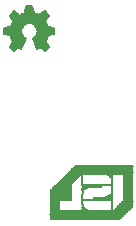
<source format=gbo>
G75*
%MOIN*%
%OFA0B0*%
%FSLAX25Y25*%
%IPPOS*%
%LPD*%
%AMOC8*
5,1,8,0,0,1.08239X$1,22.5*
%
%ADD10C,0.00600*%
%ADD11R,0.23200X0.00100*%
%ADD12R,0.23400X0.00100*%
%ADD13R,0.23600X0.00100*%
%ADD14R,0.23700X0.00100*%
%ADD15R,0.23800X0.00100*%
%ADD16R,0.23900X0.00100*%
%ADD17R,0.24000X0.00100*%
%ADD18R,0.24100X0.00100*%
%ADD19R,0.24200X0.00100*%
%ADD20R,0.24300X0.00100*%
%ADD21R,0.24400X0.00100*%
%ADD22R,0.24500X0.00100*%
%ADD23R,0.24600X0.00100*%
%ADD24R,0.24700X0.00100*%
%ADD25R,0.24800X0.00100*%
%ADD26R,0.24900X0.00100*%
%ADD27R,0.25000X0.00100*%
%ADD28R,0.25100X0.00100*%
%ADD29R,0.25200X0.00100*%
%ADD30R,0.25300X0.00100*%
%ADD31R,0.25400X0.00100*%
%ADD32R,0.25500X0.00100*%
%ADD33R,0.25600X0.00100*%
%ADD34R,0.25700X0.00100*%
%ADD35R,0.25800X0.00100*%
%ADD36R,0.26000X0.00100*%
%ADD37R,0.26100X0.00100*%
%ADD38R,0.26200X0.00100*%
%ADD39R,0.26300X0.00100*%
%ADD40R,0.26400X0.00100*%
%ADD41R,0.26500X0.00100*%
%ADD42R,0.05500X0.00100*%
%ADD43R,0.00400X0.00100*%
%ADD44R,0.02600X0.00100*%
%ADD45R,0.03200X0.00100*%
%ADD46R,0.02200X0.00100*%
%ADD47R,0.01900X0.00100*%
%ADD48R,0.01700X0.00100*%
%ADD49R,0.01500X0.00100*%
%ADD50R,0.01400X0.00100*%
%ADD51R,0.01300X0.00100*%
%ADD52R,0.01200X0.00100*%
%ADD53R,0.01100X0.00100*%
%ADD54R,0.01000X0.00100*%
%ADD55R,0.00900X0.00100*%
%ADD56R,0.00800X0.00100*%
%ADD57R,0.05400X0.00100*%
%ADD58R,0.05300X0.00100*%
%ADD59R,0.00700X0.00100*%
%ADD60R,0.05200X0.00100*%
%ADD61R,0.05100X0.00100*%
%ADD62R,0.00600X0.00100*%
%ADD63R,0.05000X0.00100*%
%ADD64R,0.04900X0.00100*%
%ADD65R,0.04800X0.00100*%
%ADD66R,0.00500X0.00100*%
%ADD67R,0.04700X0.00100*%
%ADD68R,0.04600X0.00100*%
%ADD69R,0.04500X0.00100*%
%ADD70R,0.04400X0.00100*%
%ADD71R,0.04300X0.00100*%
%ADD72R,0.04200X0.00100*%
%ADD73R,0.04100X0.00100*%
%ADD74R,0.04000X0.00100*%
%ADD75R,0.03900X0.00100*%
%ADD76R,0.03800X0.00100*%
%ADD77R,0.03700X0.00100*%
%ADD78R,0.03600X0.00100*%
%ADD79R,0.03500X0.00100*%
%ADD80R,0.03400X0.00100*%
%ADD81R,0.03300X0.00100*%
%ADD82R,0.10400X0.00100*%
%ADD83R,0.07200X0.00100*%
%ADD84R,0.06900X0.00100*%
%ADD85R,0.00300X0.00100*%
%ADD86R,0.03000X0.00100*%
%ADD87R,0.02500X0.00100*%
%ADD88R,0.02100X0.00100*%
%ADD89R,0.07100X0.00100*%
%ADD90R,0.07000X0.00100*%
%ADD91R,0.06800X0.00100*%
%ADD92R,0.01600X0.00100*%
%ADD93R,0.06700X0.00100*%
%ADD94R,0.06600X0.00100*%
%ADD95R,0.02000X0.00100*%
%ADD96R,0.06500X0.00100*%
%ADD97R,0.06400X0.00100*%
%ADD98R,0.06300X0.00100*%
%ADD99R,0.06200X0.00100*%
%ADD100R,0.06100X0.00100*%
%ADD101R,0.06000X0.00100*%
%ADD102R,0.05800X0.00100*%
%ADD103R,0.05700X0.00100*%
%ADD104R,0.01800X0.00100*%
%ADD105R,0.02300X0.00100*%
%ADD106R,0.02700X0.00100*%
%ADD107R,0.22300X0.00100*%
%ADD108R,0.22200X0.00100*%
%ADD109R,0.22100X0.00100*%
%ADD110R,0.22000X0.00100*%
%ADD111R,0.21900X0.00100*%
%ADD112R,0.21800X0.00100*%
%ADD113R,0.21700X0.00100*%
%ADD114R,0.21600X0.00100*%
%ADD115R,0.21500X0.00100*%
%ADD116R,0.21400X0.00100*%
%ADD117R,0.21300X0.00100*%
%ADD118R,0.21200X0.00100*%
%ADD119R,0.21100X0.00100*%
%ADD120R,0.21000X0.00100*%
%ADD121R,0.20900X0.00100*%
%ADD122R,0.20800X0.00100*%
%ADD123R,0.20700X0.00100*%
%ADD124R,0.20600X0.00100*%
%ADD125R,0.20500X0.00100*%
%ADD126R,0.20400X0.00100*%
%ADD127R,0.20300X0.00100*%
%ADD128R,0.20200X0.00100*%
%ADD129R,0.20100X0.00100*%
%ADD130R,0.20000X0.00100*%
%ADD131R,0.19900X0.00100*%
%ADD132R,0.19800X0.00100*%
%ADD133R,0.19700X0.00100*%
%ADD134R,0.19600X0.00100*%
%ADD135R,0.19500X0.00100*%
%ADD136R,0.19400X0.00100*%
%ADD137R,0.19300X0.00100*%
%ADD138R,0.19200X0.00100*%
%ADD139R,0.19000X0.00100*%
D10*
X0030326Y0063024D02*
X0028926Y0064424D01*
X0030126Y0066224D01*
X0030380Y0066639D02*
X0033895Y0066639D01*
X0034126Y0067024D02*
X0032626Y0064524D01*
X0032126Y0064524D01*
X0030626Y0063524D01*
X0029626Y0064524D01*
X0030626Y0066024D01*
X0029626Y0068524D01*
X0027626Y0069024D01*
X0027626Y0070524D01*
X0029626Y0070524D01*
X0030626Y0073024D01*
X0029126Y0075024D01*
X0030626Y0076024D01*
X0032126Y0074524D01*
X0034126Y0075524D01*
X0034626Y0077524D01*
X0036126Y0077524D01*
X0036626Y0075524D01*
X0038626Y0074524D01*
X0040626Y0076024D01*
X0041626Y0075024D01*
X0040626Y0073024D01*
X0041626Y0070524D01*
X0043626Y0070524D01*
X0043626Y0069024D01*
X0041126Y0068524D01*
X0040626Y0066024D01*
X0041626Y0064524D01*
X0040626Y0063524D01*
X0039126Y0064524D01*
X0038126Y0064024D01*
X0037126Y0067024D01*
X0038626Y0069024D01*
X0038126Y0071524D01*
X0036126Y0072524D01*
X0034126Y0072524D01*
X0032626Y0071024D01*
X0032626Y0068024D01*
X0034126Y0067024D01*
X0034326Y0067224D02*
X0032826Y0063824D01*
X0032126Y0064224D01*
X0030326Y0063024D01*
X0030503Y0063647D02*
X0030811Y0063647D01*
X0031708Y0064245D02*
X0029904Y0064245D01*
X0029839Y0064844D02*
X0032818Y0064844D01*
X0033177Y0065442D02*
X0030238Y0065442D01*
X0030619Y0066041D02*
X0033536Y0066041D01*
X0033805Y0067238D02*
X0030140Y0067238D01*
X0029901Y0067836D02*
X0032907Y0067836D01*
X0032626Y0068435D02*
X0029662Y0068435D01*
X0029326Y0068224D02*
X0027126Y0068624D01*
X0027126Y0070624D01*
X0029426Y0071024D01*
X0029748Y0070829D02*
X0032626Y0070829D01*
X0032626Y0070230D02*
X0027626Y0070230D01*
X0027626Y0069632D02*
X0032626Y0069632D01*
X0032626Y0069033D02*
X0027626Y0069033D01*
X0029987Y0071427D02*
X0033030Y0071427D01*
X0033628Y0072026D02*
X0030227Y0072026D01*
X0030466Y0072624D02*
X0040786Y0072624D01*
X0040726Y0072924D02*
X0042126Y0074824D01*
X0040726Y0076224D01*
X0038726Y0074924D01*
X0039286Y0075018D02*
X0041623Y0075018D01*
X0041324Y0074420D02*
X0029579Y0074420D01*
X0030028Y0073821D02*
X0041025Y0073821D01*
X0040726Y0073223D02*
X0030477Y0073223D01*
X0030226Y0072924D02*
X0028926Y0074824D01*
X0030326Y0076224D01*
X0032226Y0074924D01*
X0031631Y0075018D02*
X0029130Y0075018D01*
X0030016Y0075617D02*
X0031033Y0075617D01*
X0033116Y0075018D02*
X0037636Y0075018D01*
X0036926Y0075624D02*
X0036426Y0078024D01*
X0034526Y0078024D01*
X0034026Y0075624D01*
X0034149Y0075617D02*
X0036603Y0075617D01*
X0036453Y0076215D02*
X0034299Y0076215D01*
X0034449Y0076814D02*
X0036303Y0076814D01*
X0036154Y0077412D02*
X0034598Y0077412D01*
X0040084Y0075617D02*
X0041033Y0075617D01*
X0041025Y0072026D02*
X0037122Y0072026D01*
X0038145Y0071427D02*
X0041265Y0071427D01*
X0041626Y0071024D02*
X0043826Y0070624D01*
X0043826Y0068624D01*
X0041626Y0068224D01*
X0041108Y0068435D02*
X0038184Y0068435D01*
X0038624Y0069033D02*
X0043626Y0069033D01*
X0043626Y0069632D02*
X0038504Y0069632D01*
X0038385Y0070230D02*
X0043626Y0070230D01*
X0041504Y0070829D02*
X0038265Y0070829D01*
X0040776Y0072907D02*
X0040859Y0072784D01*
X0040939Y0072659D01*
X0041016Y0072532D01*
X0041090Y0072404D01*
X0041160Y0072273D01*
X0041228Y0072141D01*
X0041291Y0072007D01*
X0041352Y0071871D01*
X0041409Y0071734D01*
X0041463Y0071596D01*
X0041514Y0071457D01*
X0041561Y0071316D01*
X0041604Y0071174D01*
X0041644Y0071031D01*
X0040989Y0067836D02*
X0037735Y0067836D01*
X0037287Y0067238D02*
X0040869Y0067238D01*
X0040749Y0066639D02*
X0037254Y0066639D01*
X0037454Y0066041D02*
X0040629Y0066041D01*
X0040826Y0066224D02*
X0042126Y0064424D01*
X0040726Y0063024D01*
X0038926Y0064224D01*
X0038126Y0063824D01*
X0036726Y0067224D01*
X0037653Y0065442D02*
X0041014Y0065442D01*
X0041413Y0064844D02*
X0037853Y0064844D01*
X0038052Y0064245D02*
X0038569Y0064245D01*
X0039544Y0064245D02*
X0041348Y0064245D01*
X0040749Y0063647D02*
X0040441Y0063647D01*
X0038718Y0074924D02*
X0038589Y0074998D01*
X0038458Y0075070D01*
X0038325Y0075138D01*
X0038191Y0075203D01*
X0038056Y0075264D01*
X0037919Y0075323D01*
X0037780Y0075378D01*
X0037641Y0075430D01*
X0037500Y0075478D01*
X0037358Y0075523D01*
X0037215Y0075565D01*
X0037071Y0075603D01*
X0036926Y0075638D01*
X0036726Y0067224D02*
X0036818Y0067271D01*
X0036908Y0067322D01*
X0036996Y0067376D01*
X0037082Y0067433D01*
X0037165Y0067493D01*
X0037247Y0067557D01*
X0037325Y0067624D01*
X0037402Y0067693D01*
X0037475Y0067765D01*
X0037546Y0067841D01*
X0037614Y0067918D01*
X0037679Y0067999D01*
X0037741Y0068081D01*
X0037799Y0068166D01*
X0037855Y0068253D01*
X0037907Y0068342D01*
X0037955Y0068433D01*
X0038001Y0068526D01*
X0038042Y0068620D01*
X0038080Y0068716D01*
X0038115Y0068814D01*
X0038145Y0068912D01*
X0038172Y0069012D01*
X0038196Y0069112D01*
X0038215Y0069214D01*
X0038230Y0069316D01*
X0038242Y0069418D01*
X0038250Y0069521D01*
X0038254Y0069624D01*
X0038253Y0069728D01*
X0038249Y0069831D01*
X0038242Y0069934D01*
X0038230Y0070036D01*
X0038214Y0070138D01*
X0038195Y0070240D01*
X0038171Y0070340D01*
X0038144Y0070440D01*
X0038114Y0070538D01*
X0038079Y0070635D01*
X0038041Y0070731D01*
X0037999Y0070826D01*
X0037954Y0070918D01*
X0037905Y0071009D01*
X0037853Y0071098D01*
X0037797Y0071185D01*
X0037738Y0071270D01*
X0037676Y0071353D01*
X0037611Y0071433D01*
X0037543Y0071510D01*
X0037472Y0071585D01*
X0037399Y0071658D01*
X0037322Y0071727D01*
X0037243Y0071794D01*
X0037162Y0071857D01*
X0037078Y0071917D01*
X0036992Y0071974D01*
X0036904Y0072028D01*
X0036814Y0072079D01*
X0036722Y0072126D01*
X0036629Y0072169D01*
X0036534Y0072209D01*
X0036437Y0072245D01*
X0036339Y0072278D01*
X0036240Y0072307D01*
X0036140Y0072332D01*
X0036039Y0072353D01*
X0035937Y0072371D01*
X0035835Y0072384D01*
X0035732Y0072394D01*
X0035629Y0072400D01*
X0035526Y0072402D01*
X0035423Y0072400D01*
X0035320Y0072394D01*
X0035217Y0072384D01*
X0035115Y0072371D01*
X0035013Y0072353D01*
X0034912Y0072332D01*
X0034812Y0072307D01*
X0034713Y0072278D01*
X0034615Y0072245D01*
X0034518Y0072209D01*
X0034423Y0072169D01*
X0034330Y0072126D01*
X0034238Y0072079D01*
X0034148Y0072028D01*
X0034060Y0071974D01*
X0033974Y0071917D01*
X0033890Y0071857D01*
X0033809Y0071794D01*
X0033730Y0071727D01*
X0033653Y0071658D01*
X0033580Y0071585D01*
X0033509Y0071510D01*
X0033441Y0071433D01*
X0033376Y0071353D01*
X0033314Y0071270D01*
X0033255Y0071185D01*
X0033199Y0071098D01*
X0033147Y0071009D01*
X0033098Y0070918D01*
X0033053Y0070826D01*
X0033011Y0070731D01*
X0032973Y0070635D01*
X0032938Y0070538D01*
X0032908Y0070440D01*
X0032881Y0070340D01*
X0032857Y0070240D01*
X0032838Y0070138D01*
X0032822Y0070036D01*
X0032810Y0069934D01*
X0032803Y0069831D01*
X0032799Y0069728D01*
X0032798Y0069624D01*
X0032802Y0069521D01*
X0032810Y0069418D01*
X0032822Y0069316D01*
X0032837Y0069214D01*
X0032856Y0069112D01*
X0032880Y0069012D01*
X0032907Y0068912D01*
X0032937Y0068814D01*
X0032972Y0068716D01*
X0033010Y0068620D01*
X0033051Y0068526D01*
X0033097Y0068433D01*
X0033145Y0068342D01*
X0033197Y0068253D01*
X0033253Y0068166D01*
X0033311Y0068081D01*
X0033373Y0067999D01*
X0033438Y0067918D01*
X0033506Y0067841D01*
X0033577Y0067765D01*
X0033650Y0067693D01*
X0033727Y0067624D01*
X0033805Y0067557D01*
X0033887Y0067493D01*
X0033970Y0067433D01*
X0034056Y0067376D01*
X0034144Y0067322D01*
X0034234Y0067271D01*
X0034326Y0067224D01*
X0032250Y0074882D02*
X0032377Y0074956D01*
X0032506Y0075026D01*
X0032636Y0075094D01*
X0032768Y0075159D01*
X0032902Y0075220D01*
X0033037Y0075278D01*
X0033173Y0075334D01*
X0033310Y0075386D01*
X0033449Y0075434D01*
X0033589Y0075480D01*
X0033730Y0075522D01*
X0033871Y0075561D01*
X0034014Y0075596D01*
X0029352Y0068064D02*
X0029393Y0067918D01*
X0029437Y0067773D01*
X0029484Y0067629D01*
X0029536Y0067487D01*
X0029590Y0067345D01*
X0029649Y0067205D01*
X0029710Y0067067D01*
X0029775Y0066930D01*
X0029844Y0066795D01*
X0029915Y0066661D01*
X0029990Y0066530D01*
X0030069Y0066400D01*
X0030150Y0066272D01*
X0029407Y0071045D02*
X0029448Y0071198D01*
X0029492Y0071350D01*
X0029540Y0071500D01*
X0029591Y0071649D01*
X0029647Y0071797D01*
X0029706Y0071944D01*
X0029768Y0072089D01*
X0029835Y0072232D01*
X0029905Y0072374D01*
X0029978Y0072514D01*
X0030055Y0072651D01*
X0030136Y0072787D01*
X0030220Y0072921D01*
X0041616Y0068231D02*
X0041582Y0068081D01*
X0041545Y0067932D01*
X0041503Y0067784D01*
X0041459Y0067637D01*
X0041410Y0067491D01*
X0041358Y0067346D01*
X0041303Y0067203D01*
X0041244Y0067061D01*
X0041181Y0066920D01*
X0041115Y0066781D01*
X0041046Y0066644D01*
X0040973Y0066509D01*
X0040897Y0066375D01*
X0040818Y0066243D01*
D11*
X0054004Y0006537D03*
D12*
X0054104Y0006637D03*
X0054104Y0006737D03*
D13*
X0054204Y0006837D03*
D14*
X0054254Y0006937D03*
D15*
X0054304Y0007037D03*
D16*
X0054354Y0007137D03*
D17*
X0054404Y0007237D03*
D18*
X0054454Y0007337D03*
D19*
X0054504Y0007437D03*
D20*
X0054554Y0007537D03*
D21*
X0054604Y0007637D03*
D22*
X0054654Y0007737D03*
D23*
X0054704Y0007837D03*
D24*
X0054754Y0007937D03*
D25*
X0054804Y0008037D03*
D26*
X0054854Y0008137D03*
D27*
X0054904Y0008237D03*
D28*
X0054954Y0008337D03*
D29*
X0055004Y0008437D03*
D30*
X0055054Y0008537D03*
D31*
X0055104Y0008637D03*
D32*
X0055154Y0008737D03*
D33*
X0055204Y0008837D03*
D34*
X0055254Y0008937D03*
D35*
X0055304Y0009037D03*
D36*
X0055404Y0009137D03*
D37*
X0055454Y0009237D03*
D38*
X0055504Y0009337D03*
D39*
X0055554Y0009437D03*
D40*
X0055604Y0009537D03*
D41*
X0055654Y0009637D03*
D42*
X0066254Y0009737D03*
X0066354Y0009837D03*
X0066454Y0009937D03*
X0066554Y0010037D03*
X0066654Y0010137D03*
X0066754Y0010237D03*
X0066854Y0010337D03*
X0066954Y0010437D03*
X0067054Y0010537D03*
X0067154Y0010637D03*
X0067254Y0010737D03*
X0067354Y0010837D03*
X0046854Y0018037D03*
X0046854Y0018137D03*
D43*
X0053204Y0018437D03*
X0053204Y0018537D03*
X0053204Y0018637D03*
X0053204Y0018737D03*
X0053204Y0018837D03*
X0053204Y0018937D03*
X0053204Y0019037D03*
X0053204Y0019137D03*
X0053204Y0019237D03*
X0053204Y0019337D03*
X0053204Y0019437D03*
X0053204Y0019537D03*
X0053204Y0019637D03*
X0053204Y0019737D03*
X0053204Y0019837D03*
X0053204Y0019937D03*
X0053204Y0020037D03*
X0053204Y0020137D03*
X0053204Y0020237D03*
X0053204Y0020337D03*
X0053204Y0020437D03*
X0053204Y0020537D03*
X0053204Y0020637D03*
X0053204Y0020737D03*
X0053204Y0020837D03*
X0053204Y0020937D03*
X0053204Y0021037D03*
X0053204Y0021137D03*
X0053204Y0021237D03*
X0053204Y0021337D03*
X0053204Y0021437D03*
X0053204Y0021537D03*
X0053204Y0015137D03*
X0053204Y0015037D03*
X0053204Y0014937D03*
X0053204Y0014837D03*
X0053204Y0014737D03*
X0053204Y0014637D03*
X0053204Y0014537D03*
X0053204Y0014437D03*
X0053204Y0014337D03*
X0053204Y0014237D03*
X0053204Y0014137D03*
X0053204Y0014037D03*
X0053204Y0013937D03*
X0053204Y0013837D03*
X0053204Y0013737D03*
X0053204Y0013637D03*
X0053204Y0013437D03*
X0053204Y0013037D03*
X0053204Y0012937D03*
X0053204Y0012837D03*
X0053204Y0012737D03*
X0053204Y0012637D03*
X0053204Y0012537D03*
X0053204Y0012437D03*
X0053204Y0012337D03*
X0053204Y0012237D03*
X0053204Y0012137D03*
X0053204Y0012037D03*
X0053204Y0011937D03*
X0053204Y0011837D03*
X0063204Y0011837D03*
X0063204Y0011737D03*
X0063204Y0011637D03*
X0063204Y0011537D03*
X0063204Y0011437D03*
X0063204Y0011337D03*
X0063204Y0011237D03*
X0063204Y0011137D03*
X0063204Y0011037D03*
X0063204Y0010937D03*
X0063204Y0010837D03*
X0063204Y0010737D03*
X0063204Y0010637D03*
X0063204Y0010537D03*
X0063204Y0010437D03*
X0063204Y0010337D03*
X0063204Y0010237D03*
X0063204Y0010137D03*
X0063204Y0010037D03*
X0063204Y0009937D03*
X0063204Y0009837D03*
X0063204Y0009737D03*
X0063204Y0011937D03*
X0063204Y0012037D03*
X0063204Y0012137D03*
X0063204Y0012237D03*
X0063204Y0012337D03*
X0063204Y0012437D03*
X0063204Y0012537D03*
X0063204Y0012637D03*
X0063204Y0012737D03*
X0063204Y0012837D03*
X0063204Y0012937D03*
X0063204Y0013037D03*
X0063204Y0016437D03*
X0063204Y0016537D03*
X0063204Y0016637D03*
X0063204Y0016737D03*
X0063204Y0016837D03*
X0063204Y0016937D03*
X0063204Y0017037D03*
X0063204Y0017137D03*
X0063204Y0017237D03*
X0063204Y0017337D03*
X0063204Y0017437D03*
X0063204Y0017537D03*
X0063204Y0017637D03*
X0063204Y0017737D03*
X0063204Y0017837D03*
X0063204Y0018337D03*
X0063204Y0018437D03*
X0063204Y0018537D03*
X0063204Y0018637D03*
X0063204Y0018737D03*
X0063204Y0018837D03*
X0063204Y0018937D03*
X0063204Y0019037D03*
X0063204Y0019137D03*
X0063204Y0019237D03*
D44*
X0054304Y0017337D03*
X0054304Y0009737D03*
D45*
X0044004Y0009737D03*
X0044004Y0009837D03*
X0044004Y0009937D03*
X0044004Y0010037D03*
X0044004Y0010137D03*
X0044004Y0010237D03*
X0044004Y0010337D03*
X0044004Y0010437D03*
X0044004Y0010537D03*
X0044004Y0010637D03*
X0044004Y0010737D03*
X0044004Y0010837D03*
X0044004Y0010937D03*
X0044004Y0011037D03*
X0044004Y0011137D03*
X0044004Y0011237D03*
X0044004Y0011337D03*
X0044004Y0011437D03*
X0044004Y0011537D03*
X0044004Y0011637D03*
X0044004Y0011737D03*
X0044004Y0011837D03*
X0044004Y0011937D03*
X0044004Y0012037D03*
X0044004Y0012137D03*
X0044004Y0012237D03*
X0044004Y0012337D03*
X0044004Y0012437D03*
X0044004Y0012537D03*
X0044004Y0012637D03*
X0044004Y0012737D03*
X0044004Y0012837D03*
X0044004Y0012937D03*
D46*
X0054104Y0009837D03*
X0054104Y0017237D03*
D47*
X0062454Y0014437D03*
X0053954Y0009937D03*
D48*
X0053854Y0010037D03*
X0062554Y0014537D03*
X0053854Y0017037D03*
D49*
X0053754Y0010137D03*
X0062654Y0014637D03*
X0062654Y0021037D03*
D50*
X0062704Y0014737D03*
X0053704Y0016837D03*
X0053704Y0010237D03*
D51*
X0053654Y0010337D03*
X0053654Y0016737D03*
X0062754Y0014837D03*
X0062754Y0020937D03*
D52*
X0062804Y0020837D03*
X0062804Y0014937D03*
X0053604Y0016637D03*
X0053604Y0010437D03*
D53*
X0053554Y0010537D03*
X0053554Y0016537D03*
X0062854Y0015037D03*
X0062854Y0020737D03*
D54*
X0062904Y0020637D03*
X0062904Y0020537D03*
X0062904Y0015137D03*
X0053504Y0016437D03*
X0053504Y0010637D03*
D55*
X0053454Y0010737D03*
X0053454Y0016237D03*
X0053454Y0016337D03*
X0062954Y0015237D03*
X0062954Y0020437D03*
D56*
X0063004Y0020337D03*
X0063004Y0020237D03*
X0063004Y0015437D03*
X0063004Y0015337D03*
X0053404Y0016037D03*
X0053404Y0016137D03*
X0053404Y0010937D03*
X0053404Y0010837D03*
D57*
X0067404Y0010937D03*
D58*
X0067454Y0011037D03*
X0050154Y0021437D03*
X0049854Y0021137D03*
X0049754Y0021037D03*
X0049654Y0020937D03*
X0049554Y0020837D03*
X0049454Y0020737D03*
X0049354Y0020637D03*
X0049254Y0020537D03*
X0049154Y0020437D03*
X0049054Y0020337D03*
X0048954Y0020237D03*
X0048854Y0020137D03*
X0048754Y0020037D03*
X0048654Y0019937D03*
X0048554Y0019837D03*
X0048454Y0019737D03*
X0048354Y0019637D03*
X0048254Y0019537D03*
X0048154Y0019437D03*
X0048054Y0019337D03*
X0047954Y0019237D03*
X0047854Y0019137D03*
X0047754Y0019037D03*
X0047654Y0018937D03*
X0047554Y0018837D03*
X0047454Y0018737D03*
X0047354Y0018637D03*
X0047254Y0018537D03*
X0047154Y0018437D03*
X0047054Y0018337D03*
X0046954Y0018237D03*
D59*
X0053354Y0015937D03*
X0053354Y0015837D03*
X0053354Y0011137D03*
X0053354Y0011037D03*
X0063054Y0015537D03*
X0063054Y0015637D03*
X0063054Y0020037D03*
X0063054Y0020137D03*
D60*
X0067504Y0011137D03*
X0050304Y0021537D03*
X0050104Y0021337D03*
X0050004Y0021237D03*
D61*
X0067554Y0011237D03*
D62*
X0063104Y0015737D03*
X0063104Y0015837D03*
X0063104Y0015937D03*
X0063104Y0019737D03*
X0063104Y0019837D03*
X0063104Y0019937D03*
X0053304Y0015737D03*
X0053304Y0015637D03*
X0053304Y0011437D03*
X0053304Y0011337D03*
X0053304Y0011237D03*
D63*
X0067604Y0011337D03*
D64*
X0067654Y0011437D03*
D65*
X0067704Y0011537D03*
D66*
X0063154Y0016037D03*
X0063154Y0016137D03*
X0063154Y0016237D03*
X0063154Y0016337D03*
X0063154Y0019337D03*
X0063154Y0019437D03*
X0063154Y0019537D03*
X0063154Y0019637D03*
X0053254Y0015537D03*
X0053254Y0015437D03*
X0053254Y0015337D03*
X0053254Y0015237D03*
X0053254Y0011737D03*
X0053254Y0011637D03*
X0053254Y0011537D03*
D67*
X0067754Y0011637D03*
D68*
X0067804Y0011737D03*
D69*
X0067854Y0011837D03*
D70*
X0067904Y0011937D03*
D71*
X0067954Y0012037D03*
D72*
X0068004Y0012137D03*
D73*
X0068054Y0012237D03*
D74*
X0068104Y0012337D03*
D75*
X0068154Y0012437D03*
D76*
X0068204Y0012537D03*
D77*
X0068254Y0012637D03*
D78*
X0068304Y0012737D03*
D79*
X0068354Y0012837D03*
D80*
X0068404Y0012937D03*
D81*
X0068454Y0013037D03*
X0068454Y0013137D03*
X0068454Y0013237D03*
X0068454Y0013337D03*
X0068454Y0013437D03*
X0068454Y0013537D03*
X0068454Y0013637D03*
X0068454Y0013737D03*
X0068454Y0013837D03*
X0068454Y0013937D03*
X0068454Y0014037D03*
X0068454Y0014137D03*
X0068454Y0014237D03*
X0068454Y0014337D03*
X0068454Y0014437D03*
X0068454Y0014537D03*
X0068454Y0014637D03*
X0068454Y0014737D03*
X0068454Y0014837D03*
X0068454Y0014937D03*
X0068454Y0015037D03*
X0068454Y0015137D03*
X0068454Y0015237D03*
X0068454Y0015337D03*
X0068454Y0015437D03*
X0068454Y0015537D03*
X0068454Y0015637D03*
X0068454Y0015737D03*
X0068454Y0015837D03*
X0068454Y0015937D03*
X0068454Y0016037D03*
X0068454Y0016137D03*
X0068454Y0016237D03*
X0068454Y0016337D03*
X0068454Y0016437D03*
X0068454Y0016537D03*
X0068454Y0016637D03*
X0068454Y0016737D03*
X0068454Y0016837D03*
X0068454Y0016937D03*
X0068454Y0017037D03*
X0068454Y0017137D03*
X0068454Y0017237D03*
X0068454Y0017337D03*
X0068454Y0017437D03*
X0068454Y0017537D03*
X0068454Y0017637D03*
X0068454Y0017737D03*
X0068454Y0017837D03*
X0068454Y0017937D03*
X0068454Y0018037D03*
X0068454Y0018137D03*
X0068454Y0018237D03*
X0068454Y0018337D03*
X0068454Y0018437D03*
X0068454Y0018537D03*
X0068454Y0018637D03*
X0068454Y0018737D03*
X0068454Y0018837D03*
X0068454Y0018937D03*
X0068454Y0019037D03*
X0068454Y0019137D03*
X0068454Y0019237D03*
X0068454Y0019337D03*
X0068454Y0019437D03*
X0068454Y0019537D03*
X0068454Y0019637D03*
X0068454Y0019737D03*
X0068454Y0019837D03*
X0068454Y0019937D03*
X0068454Y0020037D03*
X0068454Y0020137D03*
X0068454Y0020237D03*
X0068454Y0020337D03*
X0068454Y0020437D03*
X0068454Y0020537D03*
X0068454Y0020637D03*
X0068454Y0020737D03*
X0068454Y0020837D03*
X0068454Y0020937D03*
X0068454Y0021037D03*
X0068454Y0021137D03*
X0068454Y0021237D03*
X0068454Y0021337D03*
X0068454Y0021437D03*
X0068454Y0021537D03*
X0044054Y0013037D03*
D82*
X0058204Y0013137D03*
X0058204Y0013237D03*
X0058204Y0013337D03*
X0058204Y0017937D03*
X0058204Y0018037D03*
X0058204Y0018137D03*
X0058204Y0018237D03*
D83*
X0046004Y0016437D03*
X0046004Y0016337D03*
X0046004Y0016237D03*
X0046004Y0016137D03*
X0046004Y0016037D03*
X0046004Y0015937D03*
X0046004Y0015837D03*
X0046004Y0015737D03*
X0046004Y0015637D03*
X0046004Y0015537D03*
X0046004Y0015437D03*
X0046004Y0015337D03*
X0046004Y0015237D03*
X0046004Y0015137D03*
X0046004Y0015037D03*
X0046004Y0014937D03*
X0046004Y0014837D03*
X0046004Y0014737D03*
X0046004Y0014637D03*
X0046004Y0014537D03*
X0046004Y0014437D03*
X0046004Y0014337D03*
X0046004Y0014237D03*
X0046004Y0014137D03*
X0046004Y0014037D03*
X0046004Y0013937D03*
X0046004Y0013837D03*
X0046004Y0013737D03*
X0046004Y0013637D03*
X0046004Y0013537D03*
X0046004Y0013437D03*
X0046004Y0013337D03*
X0046004Y0013237D03*
X0046004Y0013137D03*
D84*
X0046154Y0016737D03*
X0059954Y0014037D03*
X0059954Y0013937D03*
X0059954Y0013837D03*
X0059954Y0013737D03*
X0059954Y0013637D03*
X0059954Y0013537D03*
X0059954Y0013437D03*
D85*
X0053154Y0013537D03*
X0053154Y0018337D03*
D86*
X0061904Y0014137D03*
D87*
X0062154Y0014237D03*
D88*
X0062354Y0014337D03*
D89*
X0046054Y0016537D03*
D90*
X0046104Y0016637D03*
D91*
X0046204Y0016837D03*
X0056404Y0017437D03*
X0056404Y0017537D03*
X0056404Y0017637D03*
X0056404Y0017737D03*
X0056404Y0017837D03*
D92*
X0053804Y0016937D03*
X0062604Y0021137D03*
D93*
X0046254Y0016937D03*
D94*
X0046304Y0017037D03*
D95*
X0054004Y0017137D03*
X0062404Y0021337D03*
D96*
X0046354Y0017137D03*
D97*
X0046404Y0017237D03*
D98*
X0046454Y0017337D03*
D99*
X0046504Y0017437D03*
D100*
X0046554Y0017537D03*
D101*
X0046604Y0017637D03*
D102*
X0046704Y0017737D03*
X0046704Y0017837D03*
D103*
X0046754Y0017937D03*
D104*
X0062504Y0021237D03*
D105*
X0062254Y0021437D03*
D106*
X0062054Y0021537D03*
D107*
X0058954Y0021637D03*
D108*
X0059004Y0021737D03*
D109*
X0059054Y0021837D03*
D110*
X0059104Y0021937D03*
D111*
X0059154Y0022037D03*
D112*
X0059204Y0022137D03*
D113*
X0059254Y0022237D03*
D114*
X0059304Y0022337D03*
D115*
X0059354Y0022437D03*
D116*
X0059404Y0022537D03*
D117*
X0059454Y0022637D03*
D118*
X0059504Y0022737D03*
D119*
X0059554Y0022837D03*
D120*
X0059604Y0022937D03*
D121*
X0059654Y0023037D03*
D122*
X0059704Y0023137D03*
D123*
X0059754Y0023237D03*
D124*
X0059804Y0023337D03*
D125*
X0059854Y0023437D03*
D126*
X0059904Y0023537D03*
D127*
X0059954Y0023637D03*
D128*
X0060004Y0023737D03*
D129*
X0060054Y0023837D03*
D130*
X0060104Y0023937D03*
D131*
X0060154Y0024037D03*
D132*
X0060204Y0024137D03*
D133*
X0060254Y0024237D03*
D134*
X0060304Y0024337D03*
D135*
X0060354Y0024437D03*
D136*
X0060404Y0024537D03*
D137*
X0060454Y0024637D03*
D138*
X0060504Y0024737D03*
D139*
X0060604Y0024837D03*
M02*

</source>
